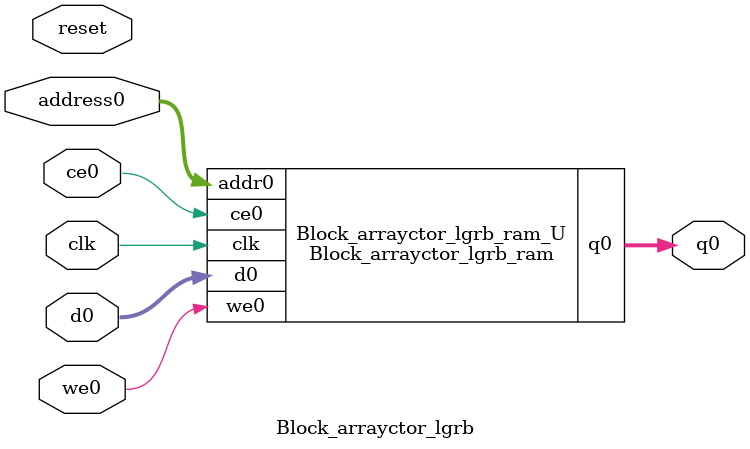
<source format=v>
`timescale 1 ns / 1 ps
module Block_arrayctor_lgrb_ram (addr0, ce0, d0, we0, q0,  clk);

parameter DWIDTH = 5;
parameter AWIDTH = 13;
parameter MEM_SIZE = 5120;

input[AWIDTH-1:0] addr0;
input ce0;
input[DWIDTH-1:0] d0;
input we0;
output reg[DWIDTH-1:0] q0;
input clk;

(* ram_style = "block" *)reg [DWIDTH-1:0] ram[0:MEM_SIZE-1];




always @(posedge clk)  
begin 
    if (ce0) begin
        if (we0) 
            ram[addr0] <= d0; 
        q0 <= ram[addr0];
    end
end


endmodule

`timescale 1 ns / 1 ps
module Block_arrayctor_lgrb(
    reset,
    clk,
    address0,
    ce0,
    we0,
    d0,
    q0);

parameter DataWidth = 32'd5;
parameter AddressRange = 32'd5120;
parameter AddressWidth = 32'd13;
input reset;
input clk;
input[AddressWidth - 1:0] address0;
input ce0;
input we0;
input[DataWidth - 1:0] d0;
output[DataWidth - 1:0] q0;



Block_arrayctor_lgrb_ram Block_arrayctor_lgrb_ram_U(
    .clk( clk ),
    .addr0( address0 ),
    .ce0( ce0 ),
    .we0( we0 ),
    .d0( d0 ),
    .q0( q0 ));

endmodule


</source>
